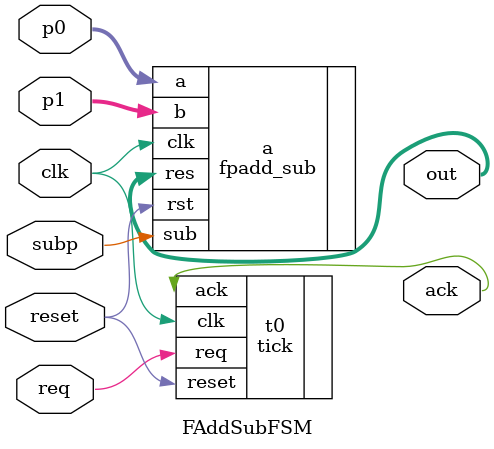
<source format=v>
module FAddSubFSM(input clk,
                  input         reset,
                  input         subp,
                  input         req,
                  output        ack,
                  
                  input [31:0]  p0,
                  input [31:0]  p1,
                  output [31:0] out);
   
    fpadd_sub a(.clk(clk),
                .rst(reset),
                .sub(subp),
                .a(p0),
                .b(p1),
                .res(out));

   tick #(.count(3)) t0 (.clk(clk), .reset(reset), .req(req), .ack(ack));

endmodule

</source>
